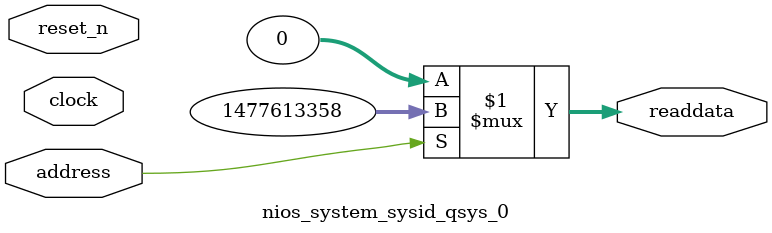
<source format=v>

`timescale 1ns / 1ps
// synthesis translate_on

// turn off superfluous verilog processor warnings 
// altera message_level Level1 
// altera message_off 10034 10035 10036 10037 10230 10240 10030 

module nios_system_sysid_qsys_0 (
               // inputs:
                address,
                clock,
                reset_n,

               // outputs:
                readdata
             )
;

  output  [ 31: 0] readdata;
  input            address;
  input            clock;
  input            reset_n;

  wire    [ 31: 0] readdata;
  //control_slave, which is an e_avalon_slave
  assign readdata = address ? 1477613358 : 0;

endmodule




</source>
